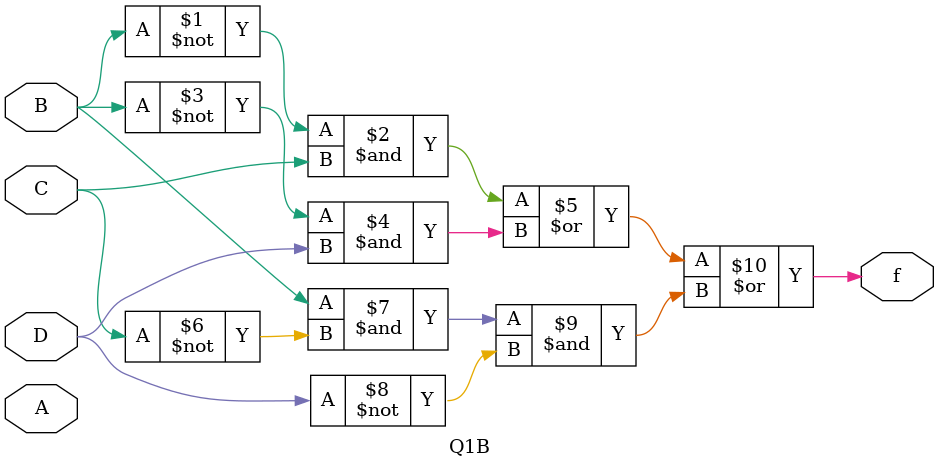
<source format=v>
module Q1B(A, B, C, D, f);
    input A, B, C, D;
    output f;
    assign f=(~B&C)|(~B&D)|(B&~C&~D);
endmodule 
</source>
